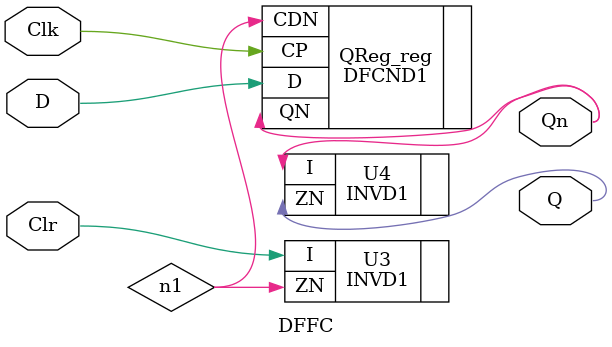
<source format=v>

module SpecIt ( FFQ, BufQn, And, Nor, Ena, Reset );
  input And, Nor, Ena, Reset;
  output FFQ, BufQn;
  wire   n4, Nufo_iD, n1, n3;

  Combo Combo ( .Nufo(Nufo_iD), .iEnaNuf(Ena), .iNor(Nor), .iNand(And) );
  Flipper Flipper ( .Flipo(n4), .Bufo(BufQn), .iD(Nufo_iD), .iClk(And), .iClr(
        Reset) );
  CKBD0 U1 ( .CLK(n3), .C(n1) );
  CKNXD16 U2 ( .I(n1), .ZN(FFQ) );
  CKND0 U3 ( .CLK(n4), .CN(n3) );
endmodule


module Combo ( Nufo, iEnaNuf, iNor, iNand );
  input iEnaNuf, iNor, iNand;
  output Nufo;
  wire   n2;

  BUFTD1 Nuf ( .I(n2), .OE(iEnaNuf), .Z(Nufo) );
  IND2D0 U1 ( .A1(iNor), .B1(iNand), .ZN(n2) );
endmodule


module Flipper ( Flipo, Bufo, iD, iClk, iClr );
  input iD, iClk, iClr;
  output Flipo, Bufo;
  wire   n2, FFn_Buf;

  DFFC FF ( .Q(n2), .Qn(FFn_Buf), .D(iD), .Clk(iClk), .Clr(iClr) );
  BUFTD16 Buf ( .I(FFn_Buf), .OE(iClk), .Z(Bufo) );
  INVD1 U1 ( .I(FFn_Buf), .ZN(Flipo) );
endmodule


module DFFC ( Q, Qn, D, Clk, Clr );
  input D, Clk, Clr;
  output Q, Qn;
  wire   n1;

  INVD1 U3 ( .I(Clr), .ZN(n1) );
  DFCND1 QReg_reg ( .D(D), .CP(Clk), .CDN(n1), .QN(Qn) );
  INVD1 U4 ( .I(Qn), .ZN(Q) );
endmodule


</source>
